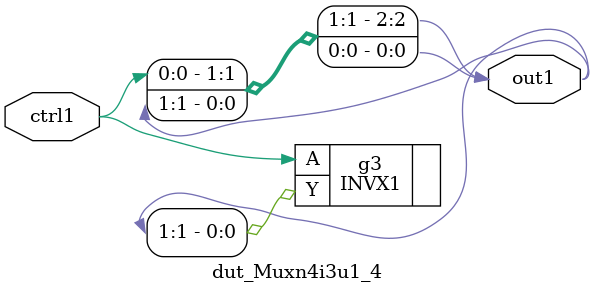
<source format=v>
`timescale 1ps / 1ps


module dut_Muxn4i3u1_4(ctrl1, out1);
  input ctrl1;
  output [2:0] out1;
  wire ctrl1;
  wire [2:0] out1;
  assign out1[0] = out1[1];
  assign out1[2] = ctrl1;
  INVX1 g3(.A (ctrl1), .Y (out1[1]));
endmodule



</source>
